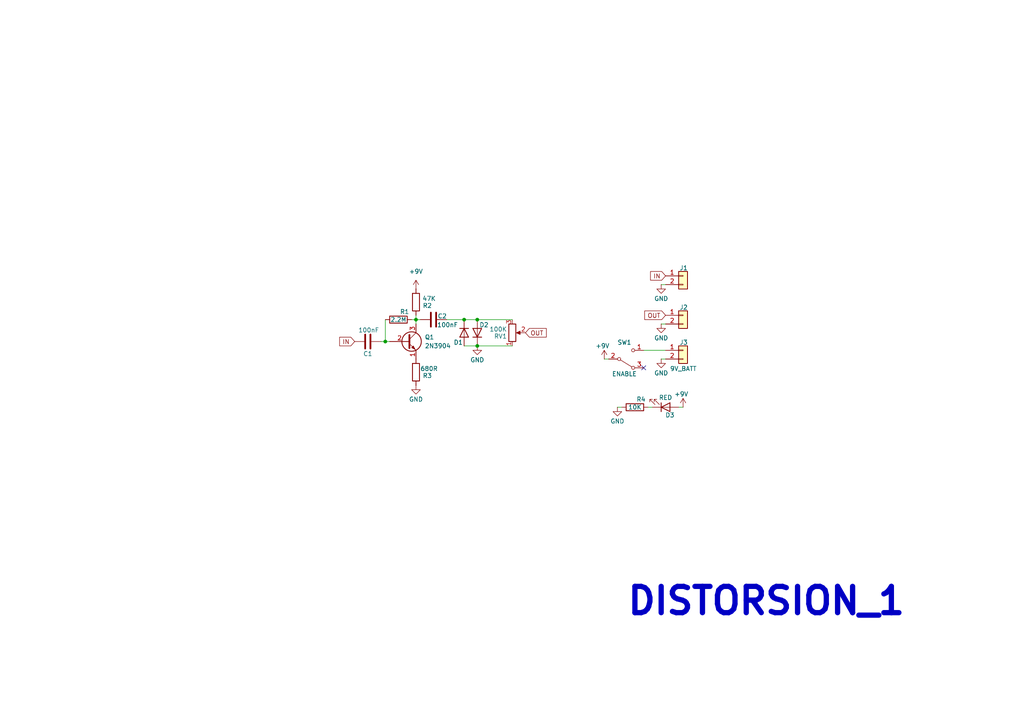
<source format=kicad_sch>
(kicad_sch (version 20231120) (generator "eeschema") (generator_version "8.0")
  (paper "A4")
  (lib_symbols
    (symbol "Connector_Generic:Conn_01x02" (pin_names (offset 1.016) hide)
      (property "Reference" "J" (at 0 2.54 0))
      (property "Value" "Conn_01x02" (at 0 -5.08 0))
      (symbol "Conn_01x02_1_1"
        (rectangle (start -1.27 -2.413) (end 0 -2.667) (stroke (width 0.1524)))
        (rectangle (start -1.27 0.127) (end 0 -0.127) (stroke (width 0.1524)))
        (rectangle (start -1.27 1.27) (end 1.27 -3.81) (stroke (width 0.254)) (fill (type background)))
        (pin passive line (at -5.08 0 0) (length 3.81) (name "Pin_1") (number "1"))
        (pin passive line (at -5.08 -2.54 0) (length 3.81) (name "Pin_2") (number "2"))
      )
    )
    (symbol "Device:C" (pin_numbers hide) (pin_names (offset 0.254))
      (property "Reference" "C" (at 0.635 2.54 0))
      (property "Value" "C" (at 0.635 -2.54 0))
      (symbol "C_0_1"
        (polyline (pts (xy -2.032 -0.762) (xy 2.032 -0.762)) (stroke (width 0.508)))
        (polyline (pts (xy -2.032 0.762) (xy 2.032 0.762)) (stroke (width 0.508)))
      )
      (symbol "C_1_1"
        (pin passive line (at 0 3.81 270) (length 2.794) (name "~") (number "1"))
        (pin passive line (at 0 -3.81 90) (length 2.794) (name "~") (number "2"))
      )
    )
    (symbol "Device:D" (pin_numbers hide) (pin_names (offset 1.016) hide)
      (property "Reference" "D" (at 0 2.54 0))
      (property "Value" "D" (at 0 -2.54 0))
      (symbol "D_0_1"
        (polyline (pts (xy -1.27 1.27) (xy -1.27 -1.27)) (stroke (width 0.254)))
        (polyline (pts (xy 1.27 0) (xy -1.27 0)))
        (polyline (pts (xy 1.27 1.27) (xy 1.27 -1.27) (xy -1.27 0) (xy 1.27 1.27)) (stroke (width 0.254)))
      )
      (symbol "D_1_1"
        (pin passive line (at -3.81 0 0) (length 2.54) (name "K") (number "1"))
        (pin passive line (at 3.81 0 180) (length 2.54) (name "A") (number "2"))
      )
    )
    (symbol "Device:LED" (pin_numbers hide) (pin_names (offset 1.016) hide)
      (property "Reference" "D" (at 0 2.54 0))
      (property "Value" "LED" (at 0 -2.54 0))
      (symbol "LED_0_1"
        (polyline (pts (xy -1.27 -1.27) (xy -1.27 1.27)) (stroke (width 0.254)))
        (polyline (pts (xy -1.27 0) (xy 1.27 0)))
        (polyline (pts (xy 1.27 -1.27) (xy 1.27 1.27) (xy -1.27 0) (xy 1.27 -1.27)) (stroke (width 0.254)))
        (polyline (pts (xy -3.048 -0.762) (xy -4.572 -2.286) (xy -3.81 -2.286) (xy -4.572 -2.286) (xy -4.572 -1.524)))
        (polyline (pts (xy -1.778 -0.762) (xy -3.302 -2.286) (xy -2.54 -2.286) (xy -3.302 -2.286) (xy -3.302 -1.524)))
      )
      (symbol "LED_1_1"
        (pin passive line (at -3.81 0 0) (length 2.54) (name "K") (number "1"))
        (pin passive line (at 3.81 0 180) (length 2.54) (name "A") (number "2"))
      )
    )
    (symbol "Device:R" (pin_numbers hide) (pin_names (offset 0))
      (property "Reference" "R" (at 2.032 0 90))
      (property "Value" "R" (at 0 0 90))
      (symbol "R_0_1"
        (rectangle (start -1.016 -2.54) (end 1.016 2.54) (stroke (width 0.254)))
      )
      (symbol "R_1_1"
        (pin passive line (at 0 3.81 270) (length 1.27) (name "~") (number "1"))
        (pin passive line (at 0 -3.81 90) (length 1.27) (name "~") (number "2"))
      )
    )
    (symbol "Device:R_Potentiometer" (pin_names (offset 1.016) hide)
      (property "Reference" "RV" (at -4.445 0 90))
      (property "Value" "R_Potentiometer" (at -2.54 0 90))
      (symbol "R_Potentiometer_0_1"
        (polyline (pts (xy 2.54 0) (xy 1.524 0)))
        (polyline (pts (xy 1.143 0) (xy 2.286 0.508) (xy 2.286 -0.508) (xy 1.143 0)) (fill (type outline)))
        (rectangle (start 1.016 2.54) (end -1.016 -2.54) (stroke (width 0.254)))
      )
      (symbol "R_Potentiometer_1_1"
        (pin passive line (at 0 3.81 270) (length 1.27) (name "1") (number "1"))
        (pin passive line (at 3.81 0 180) (length 1.27) (name "2") (number "2"))
        (pin passive line (at 0 -3.81 90) (length 1.27) (name "3") (number "3"))
      )
    )
    (symbol "SW_Nidec_CAS-120A1_1" (pin_names (offset 1) hide)
      (property "Reference" "SW4" (at 0 8.89 0))
      (property "Value" "SW_Nidec_CAS-120A1" (at 0 6.35 0))
      (symbol "SW_Nidec_CAS-120A1_1_0_1"
        (circle (center -2.032 0) (radius 0.4572))
        (polyline (pts (xy -1.651 0.254) (xy 1.651 2.286)))
        (circle (center 2.032 -2.54) (radius 0.4572))
        (circle (center 2.032 2.54) (radius 0.4572))
      )
      (symbol "SW_Nidec_CAS-120A1_1_1_1"
        (pin passive line (at 5.08 -2.54 180) (length 2.54) (name "C") (number "1"))
        (pin passive line (at -5.08 0 0) (length 2.54) (name "B") (number "2"))
        (pin passive line (at 5.08 2.54 180) (length 2.54) (name "A") (number "3"))
      )
    )
    (symbol "Transistor_BJT:2N3904" (pin_names (offset 0) hide)
      (property "Reference" "Q" (at 5.08 1.905 0))
      (property "Value" "2N3904" (at 5.08 0 0))
      (symbol "2N3904_0_1"
        (polyline (pts (xy 0.635 0.635) (xy 2.54 2.54)))
        (polyline (pts (xy 0.635 -0.635) (xy 2.54 -2.54) (xy 2.54 -2.54)))
        (polyline (pts (xy 0.635 1.905) (xy 0.635 -1.905) (xy 0.635 -1.905)) (stroke (width 0.508)))
        (polyline (pts (xy 1.27 -1.778) (xy 1.778 -1.27) (xy 2.286 -2.286) (xy 1.27 -1.778) (xy 1.27 -1.778)) (fill (type outline)))
        (circle (center 1.27 0) (radius 2.8194) (stroke (width 0.254)))
      )
      (symbol "2N3904_1_1"
        (pin passive line (at 2.54 -5.08 90) (length 2.54) (name "E") (number "1"))
        (pin passive line (at -5.08 0 0) (length 5.715) (name "B") (number "2"))
        (pin passive line (at 2.54 5.08 270) (length 2.54) (name "C") (number "3"))
      )
    )
    (symbol "power:+9V" (power) (pin_numbers hide) (pin_names (offset 0) hide)
      (property "Value" "+9V" (at 0 3.556 0))
      (symbol "+9V_0_1"
        (polyline (pts (xy -0.762 1.27) (xy 0 2.54)))
        (polyline (pts (xy 0 0) (xy 0 2.54)))
        (polyline (pts (xy 0 2.54) (xy 0.762 1.27)))
      )
      (symbol "+9V_1_1"
        (pin power_in line (at 0 0 90) (length 0) (name "~") (number "1"))
      )
    )
    (symbol "power:GND" (power) (pin_numbers hide) (pin_names (offset 0) hide)
      (property "Value" "GND" (at 0 -3.81 0))
      (symbol "GND_0_1"
        (polyline (pts (xy 0 0) (xy 0 -1.27) (xy 1.27 -1.27) (xy 0 -2.54) (xy -1.27 -1.27) (xy 0 -1.27)))
      )
      (symbol "GND_1_1"
        (pin power_in line (at 0 0 270) (length 0) (name "~") (number "1"))
      )
    )
  )
  (junction (at 111.76 99.06))
  (junction (at 134.62 92.71))
  (junction (at 138.43 92.71))
  (junction (at 120.65 92.71))
  (junction (at 138.43 100.33))
  (no_connect (at 186.69 106.68))
  (wire (pts (xy 110.49 99.06) (xy 111.76 99.06)))
  (wire (pts (xy 134.62 100.33) (xy 138.43 100.33)))
  (wire (pts (xy 186.69 101.6) (xy 193.04 101.6)))
  (wire (pts (xy 187.96 118.11) (xy 189.23 118.11)))
  (wire (pts (xy 138.43 100.33) (xy 148.59 100.33)))
  (wire (pts (xy 111.76 99.06) (xy 111.76 92.71)))
  (wire (pts (xy 120.65 92.71) (xy 121.92 92.71)))
  (wire (pts (xy 191.77 82.55) (xy 193.04 82.55)))
  (wire (pts (xy 191.77 104.14) (xy 193.04 104.14)))
  (wire (pts (xy 191.77 93.98) (xy 193.04 93.98)))
  (wire (pts (xy 120.65 91.44) (xy 120.65 92.71)))
  (wire (pts (xy 119.38 92.71) (xy 120.65 92.71)))
  (wire (pts (xy 113.03 99.06) (xy 111.76 99.06)))
  (wire (pts (xy 138.43 92.71) (xy 148.59 92.71)))
  (wire (pts (xy 175.26 104.14) (xy 176.53 104.14)))
  (wire (pts (xy 129.54 92.71) (xy 134.62 92.71)))
  (wire (pts (xy 198.12 118.11) (xy 196.85 118.11)))
  (wire (pts (xy 134.62 92.71) (xy 138.43 92.71)))
  (wire (pts (xy 179.07 118.11) (xy 180.34 118.11)))
  (wire (pts (xy 120.65 92.71) (xy 120.65 93.98)))
  (text "DISTORSION_1\n" (at 222.25 174.498 0) (effects (font (size 7.62 7.62) (thickness 1.524) (bold yes))))
  (global_label "OUT" (shape input) (at 152.4 96.52 0) (property "Intersheetrefs" "${INTERSHEET_REFS}" (effects (hide yes))))
  (global_label "IN" (shape input) (at 193.04 80.01 180) (property "Intersheetrefs" "${INTERSHEET_REFS}" (effects (hide yes))))
  (global_label "OUT" (shape input) (at 193.04 91.44 180) (property "Intersheetrefs" "${INTERSHEET_REFS}" (effects (hide yes))))
  (global_label "IN" (shape input) (at 102.87 99.06 180) (property "Intersheetrefs" "${INTERSHEET_REFS}" (effects (hide yes))))
  (symbol (lib_id "Device:R") (at 120.65 107.95 180) (unit 1)
    (property "Reference" "R3" (at 123.952 108.966 0))
    (property "Value" "680R" (at 124.46 106.934 0))
    (property "Footprint" "Resistor_THT:R_Axial_DIN0207_L6.3mm_D2.5mm_P10.16mm_Horizontal" (effects (hide yes)))
    (property "Description" "Resistor" (effects (hide yes)))
  )
  (symbol (lib_id "Device:LED") (at 193.04 118.11 0) (mirror x) (unit 1)
    (property "Reference" "D3" (at 194.31 120.396 0))
    (property "Value" "RED" (at 193.04 115.316 0))
    (property "Description" "Light emitting diode" (effects (hide yes)))
  )
  (symbol (lib_id "power:+9V") (at 175.26 104.14 0) (unit 1)
    (property "Reference" "#PWR03" (effects (hide yes)))
    (property "Value" "+9V" (at 174.752 100.33 0))
    (property "Description" "Power symbol creates a global label with name \"+9V\"" (effects (hide yes)))
  )
  (symbol (lib_id "power:+9V") (at 120.65 83.82 0) (unit 1)
    (property "Reference" "#PWR01" (effects (hide yes)))
    (property "Value" "+9V" (at 120.65 78.74 0))
    (property "Description" "Power symbol creates a global label with name \"+9V\"" (effects (hide yes)))
  )
  (symbol (lib_id "Device:C") (at 125.73 92.71 90) (unit 1)
    (property "Reference" "C2" (at 128.27 91.694 90))
    (property "Value" "100nF" (at 129.794 94.234 90))
    (property "Footprint" "Capacitor_THT:C_Disc_D4.3mm_W1.9mm_P5.00mm" (effects (hide yes)))
    (property "Description" "Unpolarized capacitor" (effects (hide yes)))
  )
  (symbol (lib_id "power:GND") (at 191.77 93.98 0) (unit 1)
    (property "Reference" "#PWR09" (effects (hide yes)))
    (property "Value" "GND" (at 191.77 98.044 0))
    (property "Description" "Power symbol creates a global label with name \"GND\" , ground" (effects (hide yes)))
  )
  (symbol (lib_id "Transistor_BJT:2N3904") (at 118.11 99.06 0) (unit 1)
    (property "Reference" "Q1" (at 123.19 97.7899 0) (effects (justify left)))
    (property "Value" "2N3904" (at 123.19 100.3299 0) (effects (justify left)))
    (property "Footprint" "Package_TO_SOT_THT:TO-92_Inline" (effects (hide yes)))
    (property "Datasheet" "https://www.onsemi.com/pub/Collateral/2N3903-D.PDF" (effects (hide yes)))
    (property "Description" "0.2A Ic, 40V Vce, Small Signal NPN Transistor, TO-92" (effects (hide yes)))
  )
  (symbol (lib_id "Connector_Generic:Conn_01x02") (at 198.12 91.44 0) (unit 1)
    (property "Reference" "J2" (at 197.104 89.154 0) (effects (justify left)))
    (property "Value" "Conn_01x02" (effects (hide yes)))
    (property "Description" "Generic connector, single row, 01x02, script generated (kicad-library-utils/schlib/autogen/connector/)" (effects (hide yes)))
  )
  (symbol (lib_id "Connector_Generic:Conn_01x02") (at 198.12 80.01 0) (unit 1)
    (property "Reference" "J1" (at 197.104 77.724 0) (effects (justify left)))
    (property "Value" "Conn_01x02" (effects (hide yes)))
    (property "Description" "Generic connector, single row, 01x02, script generated (kicad-library-utils/schlib/autogen/connector/)" (effects (hide yes)))
  )
  (symbol (lib_id "Device:R") (at 115.57 92.71 90) (unit 1)
    (property "Reference" "R1" (at 117.348 90.424 90))
    (property "Value" "2.2M" (at 115.57 92.71 90))
    (property "Footprint" "Resistor_THT:R_Axial_DIN0207_L6.3mm_D2.5mm_P10.16mm_Horizontal" (effects (hide yes)))
    (property "Description" "Resistor" (effects (hide yes)))
  )
  (symbol (lib_id "Device:D") (at 138.43 96.52 90) (unit 1)
    (property "Reference" "D2" (at 141.732 94.234 90) (effects (justify left)))
    (property "Value" "D" (effects (hide yes)))
    (property "Footprint" "Diode_THT:D_DO-41_SOD81_P10.16mm_Horizontal" (effects (hide yes)))
    (property "Description" "Diode" (effects (hide yes)))
    (property "Sim.Device" "D" (effects (hide yes)))
    (property "Sim.Pins" "1=K 2=A" (effects (hide yes)))
  )
  (symbol (lib_id "power:GND") (at 191.77 104.14 0) (unit 1)
    (property "Reference" "#PWR06" (effects (hide yes)))
    (property "Value" "GND" (at 191.77 108.204 0))
    (property "Description" "Power symbol creates a global label with name \"GND\" , ground" (effects (hide yes)))
  )
  (symbol (lib_id "Device:R") (at 120.65 87.63 180) (unit 1)
    (property "Reference" "R2" (at 123.952 88.646 0))
    (property "Value" "47K" (at 124.46 86.614 0))
    (property "Footprint" "Resistor_THT:R_Axial_DIN0207_L6.3mm_D2.5mm_P10.16mm_Horizontal" (effects (hide yes)))
    (property "Description" "Resistor" (effects (hide yes)))
  )
  (symbol (lib_id "power:GND") (at 138.43 100.33 0) (unit 1)
    (property "Reference" "#PWR05" (effects (hide yes)))
    (property "Value" "GND" (at 138.43 104.394 0))
    (property "Description" "Power symbol creates a global label with name \"GND\" , ground" (effects (hide yes)))
  )
  (symbol (lib_id "Device:R_Potentiometer") (at 148.59 96.52 0) (mirror x) (unit 1)
    (property "Reference" "RV1" (at 147.066 97.536 0) (effects (justify right)))
    (property "Value" "100K" (at 147.066 95.504 0) (effects (justify right)))
    (property "Description" "Potentiometer" (effects (hide yes)))
  )
  (symbol (lib_id "power:GND") (at 179.07 118.11 0) (unit 1)
    (property "Reference" "#PWR04" (effects (hide yes)))
    (property "Value" "GND" (at 179.07 122.174 0))
    (property "Description" "Power symbol creates a global label with name \"GND\" , ground" (effects (hide yes)))
  )
  (symbol (lib_id "Device:D") (at 134.62 96.52 270) (unit 1)
    (property "Reference" "D1" (at 131.572 99.314 90) (effects (justify left)))
    (property "Value" "D" (effects (hide yes)))
    (property "Footprint" "Diode_THT:D_DO-41_SOD81_P10.16mm_Horizontal" (effects (hide yes)))
    (property "Description" "Diode" (effects (hide yes)))
    (property "Sim.Device" "D" (effects (hide yes)))
    (property "Sim.Pins" "1=K 2=A" (effects (hide yes)))
  )
  (symbol (lib_id "power:+9V") (at 198.12 118.11 0) (unit 1)
    (property "Reference" "#PWR07" (effects (hide yes)))
    (property "Value" "+9V" (at 197.612 114.3 0))
    (property "Description" "Power symbol creates a global label with name \"+9V\"" (effects (hide yes)))
  )
  (symbol (lib_id "Device:C") (at 106.68 99.06 90) (unit 1)
    (property "Reference" "C1" (at 106.68 102.616 90))
    (property "Value" "100nF" (at 106.934 95.758 90))
    (property "Footprint" "Capacitor_THT:C_Disc_D4.3mm_W1.9mm_P5.00mm" (effects (hide yes)))
    (property "Description" "Unpolarized capacitor" (effects (hide yes)))
  )
  (symbol (lib_id "power:GND") (at 191.77 82.55 0) (unit 1)
    (property "Reference" "#PWR08" (effects (hide yes)))
    (property "Value" "GND" (at 191.77 86.614 0))
    (property "Description" "Power symbol creates a global label with name \"GND\" , ground" (effects (hide yes)))
  )
  (symbol (lib_id "Connector_Generic:Conn_01x02") (at 198.12 101.6 0) (unit 1)
    (property "Reference" "J3" (at 197.104 99.314 0) (effects (justify left)))
    (property "Value" "9V_BATT" (at 194.31 106.934 0) (effects (justify left)))
    (property "Description" "Generic connector, single row, 01x02, script generated (kicad-library-utils/schlib/autogen/connector/)" (effects (hide yes)))
  )
  (symbol (lib_name "SW_Nidec_CAS-120A1_1") (lib_id "Switch:SW_Nidec_CAS-120A1") (at 181.61 104.14 0) (mirror x) (unit 1)
    (property "Reference" "SW1" (at 181.102 99.314 0))
    (property "Value" "ENABLE" (at 181.102 108.458 0))
    (property "Footprint" "Button_Switch_SMD:Nidec_Copal_CAS-120A" (effects (hide yes)))
    (property "Datasheet" "https://www.nidec-components.com/e/catalog/switch/cas.pdf" (effects (hide yes)))
    (property "Description" "Switch, single pole double throw" (effects (hide yes)))
  )
  (symbol (lib_id "power:GND") (at 120.65 111.76 0) (unit 1)
    (property "Reference" "#PWR02" (effects (hide yes)))
    (property "Value" "GND" (at 120.65 115.824 0))
    (property "Description" "Power symbol creates a global label with name \"GND\" , ground" (effects (hide yes)))
  )
  (symbol (lib_id "Device:R") (at 184.15 118.11 90) (unit 1)
    (property "Reference" "R4" (at 185.928 115.824 90))
    (property "Value" "10K" (at 184.15 118.11 90))
    (property "Footprint" "Resistor_THT:R_Axial_DIN0207_L6.3mm_D2.5mm_P10.16mm_Horizontal" (effects (hide yes)))
    (property "Description" "Resistor" (effects (hide yes)))
  )
)
</source>
